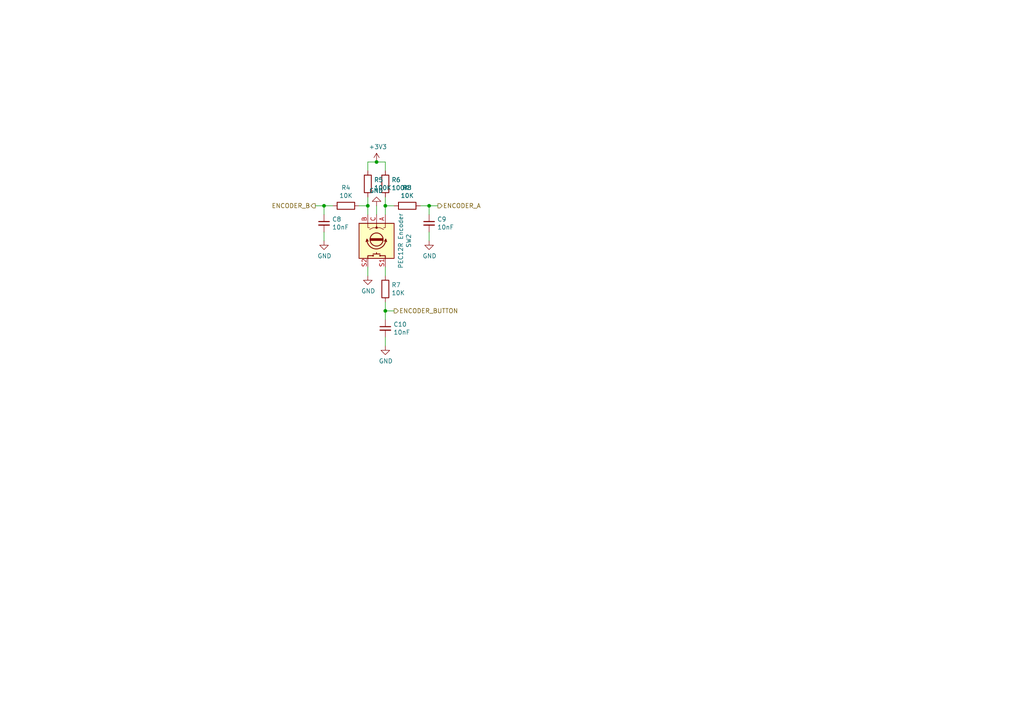
<source format=kicad_sch>
(kicad_sch (version 20211123) (generator eeschema)
  (paper "A4")
  (lib_symbols
    (symbol "Device:C_Small" (pin_numbers hide) (pin_names (offset 0.254) hide)
      (property "Reference" "C" (at 0.254 1.778 0))
      (property "Value" "C_Small" (at 0.254 -2.032 0))
      (symbol "C_Small_0_1"
        (polyline (pts (xy -1.524 -0.508) (xy 1.524 -0.508)) (stroke (width 0.3302)))
        (polyline (pts (xy -1.524 0.508) (xy 1.524 0.508)) (stroke (width 0.3048)))
      )
      (symbol "C_Small_1_1"
        (pin passive line (at 0 2.54 270) (length 2.032) (name "~") (number "1"))
        (pin passive line (at 0 -2.54 90) (length 2.032) (name "~") (number "2"))
      )
    )
    (symbol "Device:R" (pin_numbers hide) (pin_names (offset 0))
      (property "Reference" "R" (at 2.032 0 90))
      (property "Value" "R" (at 0 0 90))
      (symbol "R_0_1"
        (rectangle (start -1.016 -2.54) (end 1.016 2.54) (stroke (width 0.254)))
      )
      (symbol "R_1_1"
        (pin passive line (at 0 3.81 270) (length 1.27) (name "~") (number "1"))
        (pin passive line (at 0 -3.81 90) (length 1.27) (name "~") (number "2"))
      )
    )
    (symbol "Device:Rotary_Encoder_Switch" (pin_names (offset 0.254) hide)
      (property "Reference" "SW" (at 0 6.604 0))
      (property "Value" "Device_Rotary_Encoder_Switch" (at 0 -6.604 0))
      (symbol "Rotary_Encoder_Switch_0_1"
        (rectangle (start -5.08 5.08) (end 5.08 -5.08) (stroke (width 0.254)) (fill (type background)))
        (circle (center -3.81 0) (radius 0.254) (fill (type outline)))
        (arc (start -0.381 -2.794) (mid 2.3622 -0.0635) (end -0.381 2.667) (stroke (width 0.254)))
        (circle (center -0.381 0) (radius 1.905) (stroke (width 0.254)))
        (polyline (pts (xy -0.635 -1.778) (xy -0.635 1.778)) (stroke (width 0.254)))
        (polyline (pts (xy -0.381 -1.778) (xy -0.381 1.778)) (stroke (width 0.254)))
        (polyline (pts (xy -0.127 1.778) (xy -0.127 -1.778)) (stroke (width 0.254)))
        (polyline (pts (xy 3.81 0) (xy 3.429 0)) (stroke (width 0.254)))
        (polyline (pts (xy 3.81 1.016) (xy 3.81 -1.016)) (stroke (width 0.254)))
        (polyline (pts (xy -5.08 -2.54) (xy -3.81 -2.54) (xy -3.81 -2.032)))
        (polyline (pts (xy -5.08 2.54) (xy -3.81 2.54) (xy -3.81 2.032)))
        (polyline (pts (xy 0.254 -3.048) (xy -0.508 -2.794) (xy 0.127 -2.413)) (stroke (width 0.254)))
        (polyline (pts (xy 0.254 2.921) (xy -0.508 2.667) (xy 0.127 2.286)) (stroke (width 0.254)))
        (polyline (pts (xy 5.08 -2.54) (xy 4.318 -2.54) (xy 4.318 -1.016)) (stroke (width 0.254)))
        (polyline (pts (xy 5.08 2.54) (xy 4.318 2.54) (xy 4.318 1.016)) (stroke (width 0.254)))
        (polyline (pts (xy -5.08 0) (xy -3.81 0) (xy -3.81 -1.016) (xy -3.302 -2.032)))
        (polyline (pts (xy -4.318 0) (xy -3.81 0) (xy -3.81 1.016) (xy -3.302 2.032)))
        (circle (center 4.318 -1.016) (radius 0.127) (stroke (width 0.254)))
        (circle (center 4.318 1.016) (radius 0.127) (stroke (width 0.254)))
      )
      (symbol "Rotary_Encoder_Switch_1_1"
        (pin passive line (at -7.62 2.54 0) (length 2.54) (name "A") (number "A"))
        (pin passive line (at -7.62 -2.54 0) (length 2.54) (name "B") (number "B"))
        (pin passive line (at -7.62 0 0) (length 2.54) (name "C") (number "C"))
        (pin passive line (at 7.62 2.54 180) (length 2.54) (name "S1") (number "S1"))
        (pin passive line (at 7.62 -2.54 180) (length 2.54) (name "S2") (number "S2"))
      )
    )
    (symbol "power:+3.3V" (power) (pin_names (offset 0))
      (property "Value" "+3.3V" (at 0 3.556 0))
      (symbol "+3.3V_0_1"
        (polyline (pts (xy -0.762 1.27) (xy 0 2.54)))
        (polyline (pts (xy 0 0) (xy 0 2.54)))
        (polyline (pts (xy 0 2.54) (xy 0.762 1.27)))
      )
      (symbol "+3.3V_1_1"
        (pin power_in line (at 0 0 90) (length 0) hide (name "+3V3") (number "1"))
      )
    )
    (symbol "power:GND" (power) (pin_names (offset 0))
      (property "Value" "GND" (at 0 -3.81 0))
      (symbol "GND_0_1"
        (polyline (pts (xy 0 0) (xy 0 -1.27) (xy 1.27 -1.27) (xy 0 -2.54) (xy -1.27 -1.27) (xy 0 -1.27)))
      )
      (symbol "GND_1_1"
        (pin power_in line (at 0 0 270) (length 0) hide (name "GND") (number "1"))
      )
    )
  )
  (junction (at 109.22 46.99))
  (junction (at 106.68 59.69))
  (junction (at 111.76 90.17))
  (junction (at 124.46 59.69))
  (junction (at 93.98 59.69))
  (junction (at 111.76 59.69))
  (wire (pts (xy 106.68 46.99) (xy 106.68 49.53)))
  (wire (pts (xy 111.76 77.47) (xy 111.76 80.01)))
  (wire (pts (xy 91.44 59.69) (xy 93.98 59.69)))
  (wire (pts (xy 111.76 90.17) (xy 111.76 92.71)))
  (wire (pts (xy 111.76 97.79) (xy 111.76 100.33)))
  (wire (pts (xy 124.46 59.69) (xy 124.46 62.23)))
  (wire (pts (xy 111.76 46.99) (xy 111.76 49.53)))
  (wire (pts (xy 109.22 46.99) (xy 111.76 46.99)))
  (wire (pts (xy 93.98 59.69) (xy 96.52 59.69)))
  (wire (pts (xy 111.76 59.69) (xy 114.3 59.69)))
  (wire (pts (xy 104.14 59.69) (xy 106.68 59.69)))
  (wire (pts (xy 111.76 87.63) (xy 111.76 90.17)))
  (wire (pts (xy 109.22 59.69) (xy 109.22 62.23)))
  (wire (pts (xy 109.22 46.99) (xy 106.68 46.99)))
  (wire (pts (xy 121.92 59.69) (xy 124.46 59.69)))
  (wire (pts (xy 111.76 59.69) (xy 111.76 62.23)))
  (wire (pts (xy 93.98 59.69) (xy 93.98 62.23)))
  (wire (pts (xy 127 59.69) (xy 124.46 59.69)))
  (wire (pts (xy 93.98 67.31) (xy 93.98 69.85)))
  (wire (pts (xy 111.76 90.17) (xy 114.3 90.17)))
  (wire (pts (xy 111.76 57.15) (xy 111.76 59.69)))
  (wire (pts (xy 124.46 67.31) (xy 124.46 69.85)))
  (wire (pts (xy 106.68 77.47) (xy 106.68 80.01)))
  (wire (pts (xy 106.68 57.15) (xy 106.68 59.69)))
  (wire (pts (xy 106.68 59.69) (xy 106.68 62.23)))
  (hierarchical_label "ENCODER_BUTTON" (shape output) (at 114.3 90.17 0))
  (hierarchical_label "ENCODER_A" (shape output) (at 127 59.69 0))
  (hierarchical_label "ENCODER_B" (shape output) (at 91.44 59.69 180))
  (symbol (lib_id "Device:Rotary_Encoder_Switch") (at 109.22 69.85 270) (unit 1)
    (property "Reference" "SW2" (at 118.5418 69.85 0))
    (property "Value" "PEC12R Encoder" (at 116.2304 69.85 0))
    (property "Footprint" "Custom:Bourns PEC12R Vertical" (effects hide))
    (property "MPN" "PEC12R-4120F-S0012" (effects hide))
  )
  (symbol (lib_id "power:+3.3V") (at 109.22 46.99 0) (unit 1)
    (property "Reference" "#PWR0109" (effects hide))
    (property "Value" "+3.3V" (at 109.601 42.5958 0))
  )
  (symbol (lib_id "Device:R") (at 106.68 53.34 0) (unit 1)
    (property "Reference" "R5" (at 108.458 52.1716 0) (effects (justify left)))
    (property "Value" "100K" (at 108.458 54.483 0) (effects (justify left)))
    (property "Footprint" "Resistor_SMD:R_0603_1608Metric" (effects hide))
  )
  (symbol (lib_id "Device:R") (at 100.33 59.69 270) (unit 1)
    (property "Reference" "R4" (at 100.33 54.4322 90))
    (property "Value" "10K" (at 100.33 56.7436 90))
    (property "Footprint" "Resistor_SMD:R_0603_1608Metric" (effects hide))
  )
  (symbol (lib_id "Device:R") (at 118.11 59.69 270) (unit 1)
    (property "Reference" "R8" (at 118.11 54.4322 90))
    (property "Value" "10K" (at 118.11 56.7436 90))
    (property "Footprint" "Resistor_SMD:R_0603_1608Metric" (effects hide))
  )
  (symbol (lib_id "Device:R") (at 111.76 53.34 0) (unit 1)
    (property "Reference" "R6" (at 113.538 52.1716 0) (effects (justify left)))
    (property "Value" "100K" (at 113.538 54.483 0) (effects (justify left)))
    (property "Footprint" "Resistor_SMD:R_0603_1608Metric" (effects hide))
  )
  (symbol (lib_id "Device:R") (at 111.76 83.82 0) (unit 1)
    (property "Reference" "R7" (at 113.538 82.6516 0) (effects (justify left)))
    (property "Value" "10K" (at 113.538 84.963 0) (effects (justify left)))
    (property "Footprint" "Resistor_SMD:R_0603_1608Metric" (effects hide))
  )
  (symbol (lib_id "Device:C_Small") (at 93.98 64.77 0) (unit 1)
    (property "Reference" "C8" (at 96.3168 63.6016 0) (effects (justify left)))
    (property "Value" "10nF" (at 96.3168 65.913 0) (effects (justify left)))
    (property "Footprint" "Capacitor_SMD:C_0603_1608Metric" (effects hide))
  )
  (symbol (lib_id "Device:C_Small") (at 124.46 64.77 0) (unit 1)
    (property "Reference" "C9" (at 126.7968 63.6016 0) (effects (justify left)))
    (property "Value" "10nF" (at 126.7968 65.913 0) (effects (justify left)))
    (property "Footprint" "Capacitor_SMD:C_0603_1608Metric" (effects hide))
  )
  (symbol (lib_id "power:GND") (at 106.68 80.01 0) (unit 1)
    (property "Reference" "#PWR0116" (effects hide))
    (property "Value" "GND" (at 106.807 84.4042 0))
  )
  (symbol (lib_id "power:GND") (at 124.46 69.85 0) (unit 1)
    (property "Reference" "#PWR0117" (effects hide))
    (property "Value" "GND" (at 124.587 74.2442 0))
  )
  (symbol (lib_id "power:GND") (at 93.98 69.85 0) (unit 1)
    (property "Reference" "#PWR0118" (effects hide))
    (property "Value" "GND" (at 94.107 74.2442 0))
  )
  (symbol (lib_id "power:GND") (at 109.22 59.69 180) (unit 1)
    (property "Reference" "#PWR0119" (effects hide))
    (property "Value" "GND" (at 109.093 55.2958 0))
  )
  (symbol (lib_id "Device:C_Small") (at 111.76 95.25 0) (unit 1)
    (property "Reference" "C10" (at 114.0968 94.0816 0) (effects (justify left)))
    (property "Value" "10nF" (at 114.0968 96.393 0) (effects (justify left)))
    (property "Footprint" "Capacitor_SMD:C_0603_1608Metric" (effects hide))
  )
  (symbol (lib_id "power:GND") (at 111.76 100.33 0) (unit 1)
    (property "Reference" "#PWR0136" (effects hide))
    (property "Value" "GND" (at 111.887 104.7242 0))
  )
)
</source>
